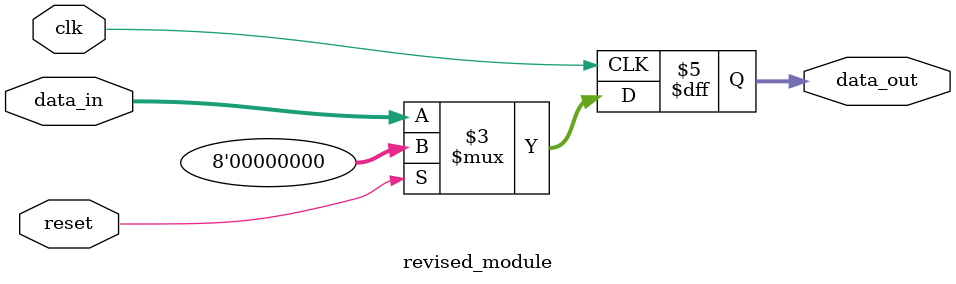
<source format=sv>
module revised_module (
    input logic clk,
    input logic reset,
    input logic [7:0] data_in,
    output logic [7:0] data_out
);

    always_ff @(posedge clk) begin
        if (reset) begin
            data_out <= 8'b0;
        end else begin
            data_out <= data_in;
        end
    end

endmodule
</source>
